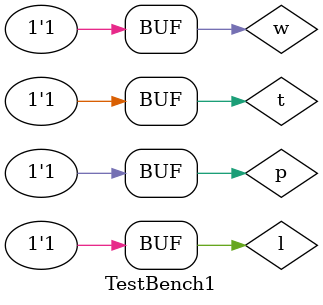
<source format=v>
`timescale 1ns / 1ps


module TestBench1;
    reg t, p, l, w;
    wire x;
    
    fullExpression uut(.T(t), .P(p), .L(l), .W(w));
    
    initial
    begin
    l = 0; t = 0; p = 0; w = 0; #100;
    l = 0; t = 0; p = 0; w = 1; #100;
    l = 0; t = 0; p = 1; w = 0; #100;
    l = 0; t = 0; p = 1; w = 1; #100;
    l = 0; t = 1; p = 0; w = 0; #100;
    l = 0; t = 1; p = 0; w = 1; #100;
    l = 0; t = 1; p = 1; w = 0; #100;
    l = 0; t = 1; p = 1; w = 1; #100;
    l = 1; t = 0; p = 0; w = 0; #100;
    l = 1; t = 0; p = 0; w = 1; #100;
    l = 1; t = 0; p = 1; w = 0; #100;
    l = 1; t = 0; p = 1; w = 1; #100;
    l = 1; t = 1; p = 0; w = 0; #100;
    l = 1; t = 1; p = 0; w = 1; #100;
    l = 1; t = 1; p = 1; w = 0; #100;
    l = 1; t = 1; p = 1; w = 1; #100;   
    end
endmodule

</source>
